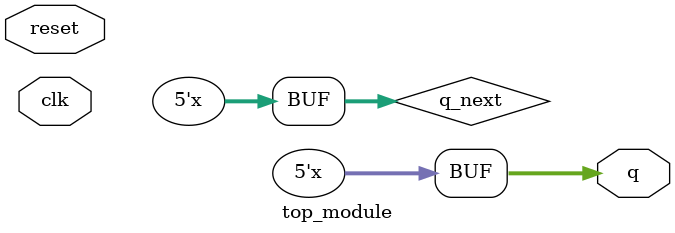
<source format=sv>
module top_module(
  input clk,
  input reset,
  output reg [4:0] q);

  reg [4:0] q_next;
  
  always @(q) begin
    q_next = q[4:1]; // value of q excluding LSB bit
    q_next[4] = q[0]; // LSB bit
    q_next[2] = q_next[2] ^ q[0]; // xor operation
    
    q <= q_next;
  end
  
  always @(posedge clk) begin
    if(reset) begin
      q <= 5'h1; // reset value
    end
    else begin
      q <= q_next;
    end
  end

endmodule

</source>
